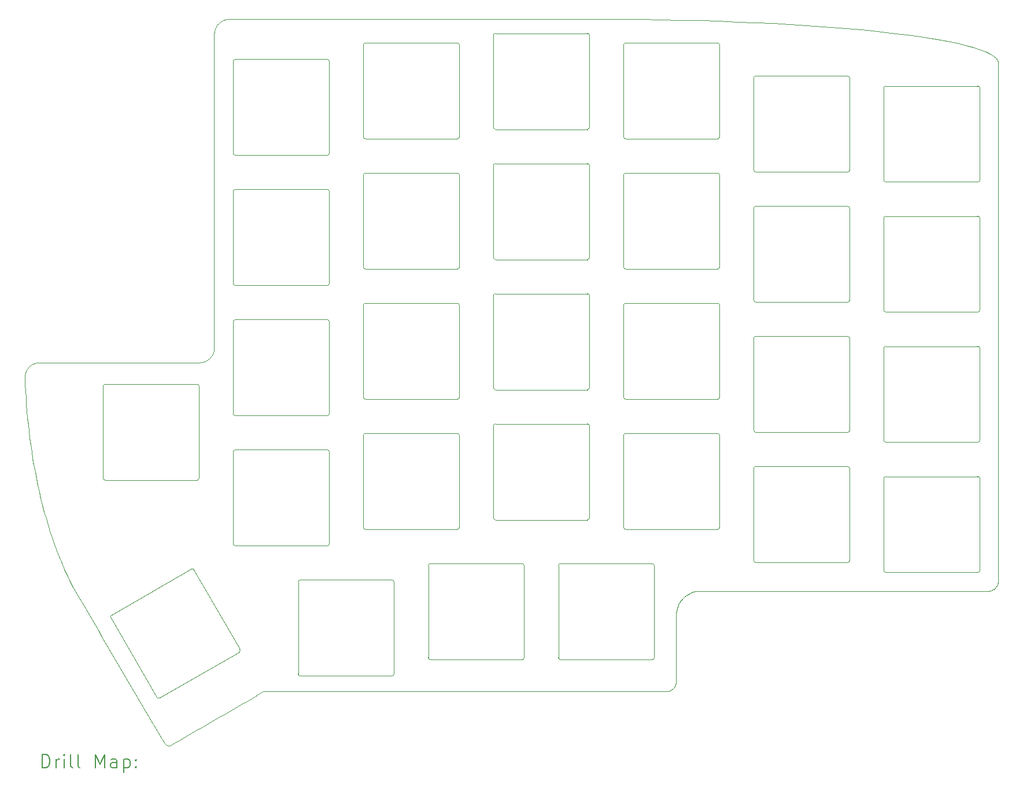
<source format=gbr>
%TF.GenerationSoftware,KiCad,Pcbnew,8.0.6*%
%TF.CreationDate,2025-01-10T15:37:57+13:00*%
%TF.ProjectId,Plate,506c6174-652e-46b6-9963-61645f706362,1*%
%TF.SameCoordinates,Original*%
%TF.FileFunction,Drillmap*%
%TF.FilePolarity,Positive*%
%FSLAX45Y45*%
G04 Gerber Fmt 4.5, Leading zero omitted, Abs format (unit mm)*
G04 Created by KiCad (PCBNEW 8.0.6) date 2025-01-10 15:37:57*
%MOMM*%
%LPD*%
G01*
G04 APERTURE LIST*
%ADD10C,0.100000*%
%ADD11C,0.050000*%
%ADD12C,0.200000*%
G04 APERTURE END LIST*
D10*
X8759743Y-12958827D02*
X8801225Y-13029412D01*
X8842815Y-13100182D01*
X8884507Y-13171124D01*
X8926293Y-13242226D01*
X8968165Y-13313476D01*
X9010117Y-13384860D01*
X9052141Y-13456368D01*
X9094230Y-13527986D01*
X9136376Y-13599703D01*
X9178574Y-13671506D01*
X9220815Y-13743382D01*
X9263092Y-13815320D01*
X9305397Y-13887307D01*
X9347725Y-13959331D01*
X9390067Y-14031380D01*
X9432416Y-14103441D01*
X9474765Y-14175502D01*
X9517107Y-14247550D01*
X9559434Y-14319574D01*
X9601740Y-14391561D01*
X9644016Y-14463499D01*
X9686257Y-14535375D01*
X9728454Y-14607177D01*
X9770601Y-14678893D01*
X9812689Y-14750511D01*
X9854713Y-14822019D01*
X9896664Y-14893403D01*
X9938536Y-14964652D01*
X9980322Y-15035753D01*
X10022013Y-15106694D01*
X10063603Y-15177463D01*
X10105084Y-15248048D01*
X17942391Y-13014574D02*
X22156456Y-13014574D01*
X8274234Y-9670055D02*
X10608743Y-9670075D01*
X8054293Y-9890289D02*
X8058504Y-9987095D01*
X8063627Y-10084350D01*
X8069685Y-10182001D01*
X8076704Y-10279999D01*
X8084706Y-10378293D01*
X8093716Y-10476832D01*
X8103757Y-10575565D01*
X8114853Y-10674442D01*
X8127028Y-10773412D01*
X8140306Y-10872424D01*
X8154711Y-10971428D01*
X8170267Y-11070373D01*
X8186997Y-11169208D01*
X8204926Y-11267882D01*
X8224077Y-11366346D01*
X8244474Y-11464548D01*
X8266141Y-11562438D01*
X8289103Y-11659964D01*
X8313382Y-11757077D01*
X8339002Y-11853725D01*
X8365988Y-11949858D01*
X8394364Y-12045425D01*
X8424153Y-12140376D01*
X8455379Y-12234659D01*
X8488066Y-12328225D01*
X8522238Y-12421022D01*
X8557919Y-12513000D01*
X8595132Y-12604108D01*
X8633902Y-12694295D01*
X8674252Y-12783511D01*
X8716207Y-12871705D01*
X8759789Y-12958827D01*
X10828707Y-9450065D02*
X10828707Y-4864277D01*
X17592391Y-14336766D02*
X17591617Y-14352114D01*
X17589346Y-14367016D01*
X17585653Y-14381397D01*
X17580613Y-14395182D01*
X17574300Y-14408295D01*
X17566791Y-14420662D01*
X17558160Y-14432208D01*
X17548482Y-14442858D01*
X17537833Y-14452535D01*
X17526287Y-14461166D01*
X17513920Y-14468676D01*
X17500806Y-14474988D01*
X17487021Y-14480028D01*
X17472640Y-14483722D01*
X17457739Y-14485993D01*
X17442391Y-14486766D01*
X8274209Y-9670075D02*
X8262750Y-9670357D01*
X8251458Y-9671194D01*
X8240345Y-9672573D01*
X8229425Y-9674482D01*
X8218710Y-9676907D01*
X8208214Y-9679836D01*
X8197948Y-9683255D01*
X8187927Y-9687152D01*
X8178163Y-9691513D01*
X8168669Y-9696326D01*
X8159458Y-9701578D01*
X8150543Y-9707255D01*
X8141936Y-9713345D01*
X8133652Y-9719836D01*
X8125702Y-9726713D01*
X8118100Y-9733964D01*
X8110858Y-9741576D01*
X8103990Y-9749537D01*
X8097508Y-9757832D01*
X8091426Y-9766450D01*
X8085756Y-9775377D01*
X8080511Y-9784601D01*
X8075704Y-9794108D01*
X8071348Y-9803885D01*
X8067457Y-9813920D01*
X8064042Y-9824200D01*
X8061117Y-9834711D01*
X8058695Y-9845441D01*
X8056788Y-9856377D01*
X8055411Y-9867505D01*
X8054575Y-9878813D01*
X8054293Y-9890289D01*
X22306456Y-5279276D02*
X22298889Y-5246574D01*
X22276432Y-5214304D01*
X22239449Y-5182506D01*
X22188303Y-5151220D01*
X22123360Y-5120485D01*
X22044984Y-5090341D01*
X21953538Y-5060828D01*
X21849388Y-5031985D01*
X21732897Y-5003853D01*
X21604431Y-4976471D01*
X21464352Y-4949879D01*
X21313026Y-4924116D01*
X21150816Y-4899223D01*
X20978088Y-4875239D01*
X20795205Y-4852204D01*
X20602532Y-4830157D01*
X20400433Y-4809138D01*
X20189272Y-4789188D01*
X19969413Y-4770345D01*
X19741221Y-4752649D01*
X19505061Y-4736141D01*
X19261296Y-4720860D01*
X19010291Y-4706846D01*
X18752410Y-4694138D01*
X18488017Y-4682776D01*
X18217477Y-4672801D01*
X17941154Y-4664251D01*
X17659412Y-4657166D01*
X17372616Y-4651587D01*
X17081130Y-4647552D01*
X16785318Y-4645102D01*
X16485544Y-4644277D01*
X10105084Y-15248048D02*
X10111990Y-15256619D01*
X10120020Y-15263726D01*
X10128970Y-15269361D01*
X10138635Y-15273516D01*
X10148807Y-15276183D01*
X10159283Y-15277353D01*
X10169856Y-15277018D01*
X10180320Y-15275169D01*
X10190470Y-15271798D01*
X10200101Y-15266897D01*
X10206132Y-15262776D01*
X11048667Y-4644277D02*
X11037339Y-4644563D01*
X11026161Y-4645412D01*
X11015147Y-4646809D01*
X11004309Y-4648742D01*
X10993663Y-4651197D01*
X10983221Y-4654159D01*
X10972998Y-4657615D01*
X10963007Y-4661552D01*
X10953262Y-4665954D01*
X10943777Y-4670810D01*
X10934566Y-4676104D01*
X10925642Y-4681823D01*
X10917019Y-4687954D01*
X10908711Y-4694482D01*
X10900731Y-4701394D01*
X10893094Y-4708676D01*
X10885814Y-4716314D01*
X10878903Y-4724295D01*
X10872376Y-4732605D01*
X10866246Y-4741229D01*
X10860528Y-4750155D01*
X10855235Y-4759368D01*
X10850380Y-4768855D01*
X10845978Y-4778601D01*
X10842043Y-4788594D01*
X10838587Y-4798819D01*
X10835625Y-4809262D01*
X10833171Y-4819911D01*
X10831239Y-4830750D01*
X10829841Y-4841767D01*
X10828992Y-4852947D01*
X10828707Y-4864277D01*
X22306456Y-5279276D02*
X22306456Y-12864574D01*
X17592391Y-13364574D02*
X17592846Y-13346549D01*
X17594196Y-13328763D01*
X17596420Y-13311236D01*
X17599495Y-13293992D01*
X17603400Y-13277051D01*
X17608113Y-13260436D01*
X17613611Y-13244169D01*
X17619873Y-13228272D01*
X17626878Y-13212766D01*
X17634602Y-13197673D01*
X17643025Y-13183016D01*
X17652124Y-13168816D01*
X17661877Y-13155096D01*
X17672263Y-13141876D01*
X17683259Y-13129179D01*
X17694844Y-13117028D01*
X17706996Y-13105443D01*
X17719693Y-13094446D01*
X17732913Y-13084060D01*
X17746633Y-13074307D01*
X17760833Y-13065208D01*
X17775490Y-13056785D01*
X17790583Y-13049061D01*
X17806089Y-13042057D01*
X17821986Y-13035794D01*
X17838253Y-13030296D01*
X17854868Y-13025583D01*
X17871808Y-13021678D01*
X17889053Y-13018603D01*
X17906579Y-13016379D01*
X17924366Y-13015029D01*
X17942391Y-13014574D01*
X17592391Y-13364574D02*
X17592391Y-14336766D01*
X11546773Y-14486766D02*
X17442391Y-14486766D01*
X10608746Y-9670065D02*
X10620074Y-9669779D01*
X10631252Y-9668930D01*
X10642266Y-9667533D01*
X10653104Y-9665600D01*
X10663750Y-9663145D01*
X10674192Y-9660183D01*
X10684415Y-9656727D01*
X10694406Y-9652790D01*
X10704151Y-9648388D01*
X10713636Y-9643532D01*
X10722847Y-9638238D01*
X10731771Y-9632519D01*
X10740394Y-9626388D01*
X10748702Y-9619860D01*
X10756682Y-9612948D01*
X10764319Y-9605666D01*
X10771599Y-9598028D01*
X10778510Y-9590047D01*
X10785037Y-9581737D01*
X10791167Y-9573113D01*
X10796885Y-9564187D01*
X10802178Y-9554974D01*
X10807033Y-9545487D01*
X10811435Y-9535741D01*
X10815370Y-9525748D01*
X10818826Y-9515523D01*
X10821788Y-9505080D01*
X10824242Y-9494431D01*
X10826174Y-9483592D01*
X10827572Y-9472575D01*
X10828421Y-9461395D01*
X10828707Y-9450065D01*
X10206132Y-15262776D02*
X10247466Y-15238846D01*
X10288908Y-15214853D01*
X10330452Y-15190802D01*
X10372088Y-15166696D01*
X10413812Y-15142540D01*
X10455614Y-15118339D01*
X10497489Y-15094096D01*
X10539428Y-15069815D01*
X10581425Y-15045501D01*
X10623472Y-15021158D01*
X10665563Y-14996790D01*
X10707689Y-14972401D01*
X10749845Y-14947995D01*
X10792022Y-14923577D01*
X10834213Y-14899150D01*
X10876412Y-14874719D01*
X10918610Y-14850289D01*
X10960801Y-14825862D01*
X11002978Y-14801444D01*
X11045134Y-14777038D01*
X11087260Y-14752649D01*
X11129350Y-14728281D01*
X11171398Y-14703938D01*
X11213394Y-14679624D01*
X11255333Y-14655344D01*
X11297207Y-14631101D01*
X11339010Y-14606899D01*
X11380733Y-14582744D01*
X11422369Y-14558639D01*
X11463912Y-14534588D01*
X11505354Y-14510595D01*
X11546687Y-14486665D01*
X16485544Y-4644277D02*
X11048667Y-4644277D01*
X22306456Y-12864574D02*
X22305682Y-12879922D01*
X22303411Y-12894824D01*
X22299718Y-12909204D01*
X22294678Y-12922989D01*
X22288365Y-12936103D01*
X22280856Y-12948470D01*
X22272225Y-12960016D01*
X22262547Y-12970665D01*
X22251898Y-12980343D01*
X22240352Y-12988974D01*
X22227985Y-12996483D01*
X22214871Y-13002796D01*
X22201086Y-13007836D01*
X22186706Y-13011529D01*
X22171804Y-13013800D01*
X22156456Y-13014574D01*
D11*
X11107500Y-12322500D02*
X11107500Y-10977500D01*
X11137500Y-10947500D02*
X12482500Y-10947500D01*
X12482500Y-12352500D02*
X11137500Y-12352500D01*
X12512500Y-10977500D02*
X12512500Y-12322500D01*
X11107500Y-10977500D02*
G75*
G02*
X11137500Y-10947500I30000J0D01*
G01*
X11137500Y-12352500D02*
G75*
G02*
X11107500Y-12322500I0J30000D01*
G01*
X12482500Y-10947500D02*
G75*
G02*
X12512500Y-10977500I0J-30000D01*
G01*
X12512500Y-12322500D02*
G75*
G02*
X12482500Y-12352500I-30000J0D01*
G01*
X16822500Y-12082500D02*
X16822500Y-10737500D01*
X16852500Y-10707500D02*
X18197500Y-10707500D01*
X18197500Y-12112500D02*
X16852500Y-12112500D01*
X18227500Y-10737500D02*
X18227500Y-12082500D01*
X16822500Y-10737500D02*
G75*
G02*
X16852500Y-10707500I30000J0D01*
G01*
X16852500Y-12112500D02*
G75*
G02*
X16822500Y-12082500I0J30000D01*
G01*
X18197500Y-10707500D02*
G75*
G02*
X18227500Y-10737500I0J-30000D01*
G01*
X18227500Y-12082500D02*
G75*
G02*
X18197500Y-12112500I-30000J0D01*
G01*
X14917500Y-6227500D02*
X14917500Y-4882500D01*
X14947500Y-4852500D02*
X16292500Y-4852500D01*
X16292500Y-6257500D02*
X14947500Y-6257500D01*
X16322500Y-4882500D02*
X16322500Y-6227500D01*
X14917500Y-4882500D02*
G75*
G02*
X14947500Y-4852500I30000J0D01*
G01*
X14947500Y-6257500D02*
G75*
G02*
X14917500Y-6227500I0J30000D01*
G01*
X16292500Y-4852500D02*
G75*
G02*
X16322500Y-4882500I0J-30000D01*
G01*
X16322500Y-6227500D02*
G75*
G02*
X16292500Y-6257500I-30000J0D01*
G01*
X14917500Y-10037500D02*
X14917500Y-8692500D01*
X14947500Y-8662500D02*
X16292500Y-8662500D01*
X16292500Y-10067500D02*
X14947500Y-10067500D01*
X16322500Y-8692500D02*
X16322500Y-10037500D01*
X14917500Y-8692500D02*
G75*
G02*
X14947500Y-8662500I30000J0D01*
G01*
X14947500Y-10067500D02*
G75*
G02*
X14917500Y-10037500I0J30000D01*
G01*
X16292500Y-8662500D02*
G75*
G02*
X16322500Y-8692500I0J-30000D01*
G01*
X16322500Y-10037500D02*
G75*
G02*
X16292500Y-10067500I-30000J0D01*
G01*
X16822500Y-8272500D02*
X16822500Y-6927500D01*
X16852500Y-6897500D02*
X18197500Y-6897500D01*
X18197500Y-8302500D02*
X16852500Y-8302500D01*
X18227500Y-6927500D02*
X18227500Y-8272500D01*
X16822500Y-6927500D02*
G75*
G02*
X16852500Y-6897500I30000J0D01*
G01*
X16852500Y-8302500D02*
G75*
G02*
X16822500Y-8272500I0J30000D01*
G01*
X18197500Y-6897500D02*
G75*
G02*
X18227500Y-6927500I0J-30000D01*
G01*
X18227500Y-8272500D02*
G75*
G02*
X18197500Y-8302500I-30000J0D01*
G01*
X20632500Y-8902500D02*
X20632500Y-7557500D01*
X20662500Y-7527500D02*
X22007500Y-7527500D01*
X22007500Y-8932500D02*
X20662500Y-8932500D01*
X22037500Y-7557500D02*
X22037500Y-8902500D01*
X20632500Y-7557500D02*
G75*
G02*
X20662500Y-7527500I30000J0D01*
G01*
X20662500Y-8932500D02*
G75*
G02*
X20632500Y-8902500I0J30000D01*
G01*
X22007500Y-7527500D02*
G75*
G02*
X22037500Y-7557500I0J-30000D01*
G01*
X22037500Y-8902500D02*
G75*
G02*
X22007500Y-8932500I-30000J0D01*
G01*
X11107500Y-8512500D02*
X11107500Y-7167500D01*
X11137500Y-7137500D02*
X12482500Y-7137500D01*
X12482500Y-8542500D02*
X11137500Y-8542500D01*
X12512500Y-7167500D02*
X12512500Y-8512500D01*
X11107500Y-7167500D02*
G75*
G02*
X11137500Y-7137500I30000J0D01*
G01*
X11137500Y-8542500D02*
G75*
G02*
X11107500Y-8512500I0J30000D01*
G01*
X12482500Y-7137500D02*
G75*
G02*
X12512500Y-7167500I0J-30000D01*
G01*
X12512500Y-8512500D02*
G75*
G02*
X12482500Y-8542500I-30000J0D01*
G01*
X20632500Y-10807500D02*
X20632500Y-9462500D01*
X20662500Y-9432500D02*
X22007500Y-9432500D01*
X22007500Y-10837500D02*
X20662500Y-10837500D01*
X22037500Y-9462500D02*
X22037500Y-10807500D01*
X20632500Y-9462500D02*
G75*
G02*
X20662500Y-9432500I30000J0D01*
G01*
X20662500Y-10837500D02*
G75*
G02*
X20632500Y-10807500I0J30000D01*
G01*
X22007500Y-9432500D02*
G75*
G02*
X22037500Y-9462500I0J-30000D01*
G01*
X22037500Y-10807500D02*
G75*
G02*
X22007500Y-10837500I-30000J0D01*
G01*
X14917500Y-8132500D02*
X14917500Y-6787500D01*
X14947500Y-6757500D02*
X16292500Y-6757500D01*
X16292500Y-8162500D02*
X14947500Y-8162500D01*
X16322500Y-6787500D02*
X16322500Y-8132500D01*
X14917500Y-6787500D02*
G75*
G02*
X14947500Y-6757500I30000J0D01*
G01*
X14947500Y-8162500D02*
G75*
G02*
X14917500Y-8132500I0J30000D01*
G01*
X16292500Y-6757500D02*
G75*
G02*
X16322500Y-6787500I0J-30000D01*
G01*
X16322500Y-8132500D02*
G75*
G02*
X16292500Y-8162500I-30000J0D01*
G01*
X13012500Y-10177500D02*
X13012500Y-8832500D01*
X13042500Y-8802500D02*
X14387500Y-8802500D01*
X14387500Y-10207500D02*
X13042500Y-10207500D01*
X14417500Y-8832500D02*
X14417500Y-10177500D01*
X13012500Y-8832500D02*
G75*
G02*
X13042500Y-8802500I30000J0D01*
G01*
X13042500Y-10207500D02*
G75*
G02*
X13012500Y-10177500I0J30000D01*
G01*
X14387500Y-8802500D02*
G75*
G02*
X14417500Y-8832500I0J-30000D01*
G01*
X14417500Y-10177500D02*
G75*
G02*
X14387500Y-10207500I-30000J0D01*
G01*
X18727500Y-10662500D02*
X18727500Y-9317500D01*
X18757500Y-9287500D02*
X20102500Y-9287500D01*
X20102500Y-10692500D02*
X18757500Y-10692500D01*
X20132500Y-9317500D02*
X20132500Y-10662500D01*
X18727500Y-9317500D02*
G75*
G02*
X18757500Y-9287500I30000J0D01*
G01*
X18757500Y-10692500D02*
G75*
G02*
X18727500Y-10662500I0J30000D01*
G01*
X20102500Y-9287500D02*
G75*
G02*
X20132500Y-9317500I0J-30000D01*
G01*
X20132500Y-10662500D02*
G75*
G02*
X20102500Y-10692500I-30000J0D01*
G01*
X20632500Y-6997500D02*
X20632500Y-5652500D01*
X20662500Y-5622500D02*
X22007500Y-5622500D01*
X22007500Y-7027500D02*
X20662500Y-7027500D01*
X22037500Y-5652500D02*
X22037500Y-6997500D01*
X20632500Y-5652500D02*
G75*
G02*
X20662500Y-5622500I30000J0D01*
G01*
X20662500Y-7027500D02*
G75*
G02*
X20632500Y-6997500I0J30000D01*
G01*
X22007500Y-5622500D02*
G75*
G02*
X22037500Y-5652500I0J-30000D01*
G01*
X22037500Y-6997500D02*
G75*
G02*
X22007500Y-7027500I-30000J0D01*
G01*
X15867500Y-13987500D02*
X15867500Y-12642500D01*
X15897500Y-12612500D02*
X17242500Y-12612500D01*
X17242500Y-14017500D02*
X15897500Y-14017500D01*
X17272500Y-12642500D02*
X17272500Y-13987500D01*
X15867500Y-12642500D02*
G75*
G02*
X15897500Y-12612500I30000J0D01*
G01*
X15897500Y-14017500D02*
G75*
G02*
X15867500Y-13987500I0J30000D01*
G01*
X17242500Y-12612500D02*
G75*
G02*
X17272500Y-12642500I0J-30000D01*
G01*
X17272500Y-13987500D02*
G75*
G02*
X17242500Y-14017500I-30000J0D01*
G01*
X18727500Y-12567500D02*
X18727500Y-11222500D01*
X18757500Y-11192500D02*
X20102500Y-11192500D01*
X20102500Y-12597500D02*
X18757500Y-12597500D01*
X20132500Y-11222500D02*
X20132500Y-12567500D01*
X18727500Y-11222500D02*
G75*
G02*
X18757500Y-11192500I30000J0D01*
G01*
X18757500Y-12597500D02*
G75*
G02*
X18727500Y-12567500I0J30000D01*
G01*
X20102500Y-11192500D02*
G75*
G02*
X20132500Y-11222500I0J-30000D01*
G01*
X20132500Y-12567500D02*
G75*
G02*
X20102500Y-12597500I-30000J0D01*
G01*
X20632500Y-12712500D02*
X20632500Y-11367500D01*
X20662500Y-11337500D02*
X22007500Y-11337500D01*
X22007500Y-12742500D02*
X20662500Y-12742500D01*
X22037500Y-11367500D02*
X22037500Y-12712500D01*
X20632500Y-11367500D02*
G75*
G02*
X20662500Y-11337500I30000J0D01*
G01*
X20662500Y-12742500D02*
G75*
G02*
X20632500Y-12712500I0J30000D01*
G01*
X22007500Y-11337500D02*
G75*
G02*
X22037500Y-11367500I0J-30000D01*
G01*
X22037500Y-12712500D02*
G75*
G02*
X22007500Y-12742500I-30000J0D01*
G01*
X11107500Y-10417500D02*
X11107500Y-9072500D01*
X11137500Y-9042500D02*
X12482500Y-9042500D01*
X12482500Y-10447500D02*
X11137500Y-10447500D01*
X12512500Y-9072500D02*
X12512500Y-10417500D01*
X11107500Y-9072500D02*
G75*
G02*
X11137500Y-9042500I30000J0D01*
G01*
X11137500Y-10447500D02*
G75*
G02*
X11107500Y-10417500I0J30000D01*
G01*
X12482500Y-9042500D02*
G75*
G02*
X12512500Y-9072500I0J-30000D01*
G01*
X12512500Y-10417500D02*
G75*
G02*
X12482500Y-10447500I-30000J0D01*
G01*
X9202500Y-11362500D02*
X9202500Y-10017500D01*
X9232500Y-9987500D02*
X10577500Y-9987500D01*
X10577500Y-11392500D02*
X9232500Y-11392500D01*
X10607500Y-10017500D02*
X10607500Y-11362500D01*
X9202500Y-10017500D02*
G75*
G02*
X9232500Y-9987500I30000J0D01*
G01*
X9232500Y-11392500D02*
G75*
G02*
X9202500Y-11362500I0J30000D01*
G01*
X10577500Y-9987500D02*
G75*
G02*
X10607500Y-10017500I0J-30000D01*
G01*
X10607500Y-11362500D02*
G75*
G02*
X10577500Y-11392500I-30000J0D01*
G01*
X16822500Y-6367500D02*
X16822500Y-5022500D01*
X16852500Y-4992500D02*
X18197500Y-4992500D01*
X18197500Y-6397500D02*
X16852500Y-6397500D01*
X18227500Y-5022500D02*
X18227500Y-6367500D01*
X16822500Y-5022500D02*
G75*
G02*
X16852500Y-4992500I30000J0D01*
G01*
X16852500Y-6397500D02*
G75*
G02*
X16822500Y-6367500I0J30000D01*
G01*
X18197500Y-4992500D02*
G75*
G02*
X18227500Y-5022500I0J-30000D01*
G01*
X18227500Y-6367500D02*
G75*
G02*
X18197500Y-6397500I-30000J0D01*
G01*
X13012500Y-12082500D02*
X13012500Y-10737500D01*
X13042500Y-10707500D02*
X14387500Y-10707500D01*
X14387500Y-12112500D02*
X13042500Y-12112500D01*
X14417500Y-10737500D02*
X14417500Y-12082500D01*
X13012500Y-10737500D02*
G75*
G02*
X13042500Y-10707500I30000J0D01*
G01*
X13042500Y-12112500D02*
G75*
G02*
X13012500Y-12082500I0J30000D01*
G01*
X14387500Y-10707500D02*
G75*
G02*
X14417500Y-10737500I0J-30000D01*
G01*
X14417500Y-12082500D02*
G75*
G02*
X14387500Y-12112500I-30000J0D01*
G01*
X18727500Y-8757500D02*
X18727500Y-7412500D01*
X18757500Y-7382500D02*
X20102500Y-7382500D01*
X20102500Y-8787500D02*
X18757500Y-8787500D01*
X20132500Y-7412500D02*
X20132500Y-8757500D01*
X18727500Y-7412500D02*
G75*
G02*
X18757500Y-7382500I30000J0D01*
G01*
X18757500Y-8787500D02*
G75*
G02*
X18727500Y-8757500I0J30000D01*
G01*
X20102500Y-7382500D02*
G75*
G02*
X20132500Y-7412500I0J-30000D01*
G01*
X20132500Y-8757500D02*
G75*
G02*
X20102500Y-8787500I-30000J0D01*
G01*
X13012500Y-8272500D02*
X13012500Y-6927500D01*
X13042500Y-6897500D02*
X14387500Y-6897500D01*
X14387500Y-8302500D02*
X13042500Y-8302500D01*
X14417500Y-6927500D02*
X14417500Y-8272500D01*
X13012500Y-6927500D02*
G75*
G02*
X13042500Y-6897500I30000J0D01*
G01*
X13042500Y-8302500D02*
G75*
G02*
X13012500Y-8272500I0J30000D01*
G01*
X14387500Y-6897500D02*
G75*
G02*
X14417500Y-6927500I0J-30000D01*
G01*
X14417500Y-8272500D02*
G75*
G02*
X14387500Y-8302500I-30000J0D01*
G01*
X9326348Y-13362867D02*
X10491152Y-12690367D01*
X9987867Y-14568652D02*
X9315367Y-13403848D01*
X10532133Y-12701348D02*
X11204633Y-13866152D01*
X11193652Y-13907133D02*
X10028848Y-14579633D01*
X9315367Y-13403848D02*
G75*
G02*
X9326348Y-13362867I25982J15000D01*
G01*
X10028848Y-14579633D02*
G75*
G02*
X9987867Y-14568652I-15000J25982D01*
G01*
X10491152Y-12690367D02*
G75*
G02*
X10532133Y-12701348I15000J-25981D01*
G01*
X11204633Y-13866152D02*
G75*
G02*
X11193652Y-13907133I-25981J-15000D01*
G01*
X14917500Y-11942500D02*
X14917500Y-10597500D01*
X14947500Y-10567500D02*
X16292500Y-10567500D01*
X16292500Y-11972500D02*
X14947500Y-11972500D01*
X16322500Y-10597500D02*
X16322500Y-11942500D01*
X14917500Y-10597500D02*
G75*
G02*
X14947500Y-10567500I30000J0D01*
G01*
X14947500Y-11972500D02*
G75*
G02*
X14917500Y-11942500I0J30000D01*
G01*
X16292500Y-10567500D02*
G75*
G02*
X16322500Y-10597500I0J-30000D01*
G01*
X16322500Y-11942500D02*
G75*
G02*
X16292500Y-11972500I-30000J0D01*
G01*
X18727500Y-6852500D02*
X18727500Y-5507500D01*
X18757500Y-5477500D02*
X20102500Y-5477500D01*
X20102500Y-6882500D02*
X18757500Y-6882500D01*
X20132500Y-5507500D02*
X20132500Y-6852500D01*
X18727500Y-5507500D02*
G75*
G02*
X18757500Y-5477500I30000J0D01*
G01*
X18757500Y-6882500D02*
G75*
G02*
X18727500Y-6852500I0J30000D01*
G01*
X20102500Y-5477500D02*
G75*
G02*
X20132500Y-5507500I0J-30000D01*
G01*
X20132500Y-6852500D02*
G75*
G02*
X20102500Y-6882500I-30000J0D01*
G01*
X13962500Y-13987500D02*
X13962500Y-12642500D01*
X13992500Y-12612500D02*
X15337500Y-12612500D01*
X15337500Y-14017500D02*
X13992500Y-14017500D01*
X15367500Y-12642500D02*
X15367500Y-13987500D01*
X13962500Y-12642500D02*
G75*
G02*
X13992500Y-12612500I30000J0D01*
G01*
X13992500Y-14017500D02*
G75*
G02*
X13962500Y-13987500I0J30000D01*
G01*
X15337500Y-12612500D02*
G75*
G02*
X15367500Y-12642500I0J-30000D01*
G01*
X15367500Y-13987500D02*
G75*
G02*
X15337500Y-14017500I-30000J0D01*
G01*
X16822500Y-10177500D02*
X16822500Y-8832500D01*
X16852500Y-8802500D02*
X18197500Y-8802500D01*
X18197500Y-10207500D02*
X16852500Y-10207500D01*
X18227500Y-8832500D02*
X18227500Y-10177500D01*
X16822500Y-8832500D02*
G75*
G02*
X16852500Y-8802500I30000J0D01*
G01*
X16852500Y-10207500D02*
G75*
G02*
X16822500Y-10177500I0J30000D01*
G01*
X18197500Y-8802500D02*
G75*
G02*
X18227500Y-8832500I0J-30000D01*
G01*
X18227500Y-10177500D02*
G75*
G02*
X18197500Y-10207500I-30000J0D01*
G01*
X13012500Y-6367500D02*
X13012500Y-5022500D01*
X13042500Y-4992500D02*
X14387500Y-4992500D01*
X14387500Y-6397500D02*
X13042500Y-6397500D01*
X14417500Y-5022500D02*
X14417500Y-6367500D01*
X13012500Y-5022500D02*
G75*
G02*
X13042500Y-4992500I30000J0D01*
G01*
X13042500Y-6397500D02*
G75*
G02*
X13012500Y-6367500I0J30000D01*
G01*
X14387500Y-4992500D02*
G75*
G02*
X14417500Y-5022500I0J-30000D01*
G01*
X14417500Y-6367500D02*
G75*
G02*
X14387500Y-6397500I-30000J0D01*
G01*
X12057500Y-14227500D02*
X12057500Y-12882500D01*
X12087500Y-12852500D02*
X13432500Y-12852500D01*
X13432500Y-14257500D02*
X12087500Y-14257500D01*
X13462500Y-12882500D02*
X13462500Y-14227500D01*
X12057500Y-12882500D02*
G75*
G02*
X12087500Y-12852500I30000J0D01*
G01*
X12087500Y-14257500D02*
G75*
G02*
X12057500Y-14227500I0J30000D01*
G01*
X13432500Y-12852500D02*
G75*
G02*
X13462500Y-12882500I0J-30000D01*
G01*
X13462500Y-14227500D02*
G75*
G02*
X13432500Y-14257500I-30000J0D01*
G01*
X11107500Y-6607500D02*
X11107500Y-5262500D01*
X11137500Y-5232500D02*
X12482500Y-5232500D01*
X12482500Y-6637500D02*
X11137500Y-6637500D01*
X12512500Y-5262500D02*
X12512500Y-6607500D01*
X11107500Y-5262500D02*
G75*
G02*
X11137500Y-5232500I30000J0D01*
G01*
X11137500Y-6637500D02*
G75*
G02*
X11107500Y-6607500I0J30000D01*
G01*
X12482500Y-5232500D02*
G75*
G02*
X12512500Y-5262500I0J-30000D01*
G01*
X12512500Y-6607500D02*
G75*
G02*
X12482500Y-6637500I-30000J0D01*
G01*
D12*
X8310069Y-15603068D02*
X8310069Y-15403068D01*
X8310069Y-15403068D02*
X8357688Y-15403068D01*
X8357688Y-15403068D02*
X8386260Y-15412592D01*
X8386260Y-15412592D02*
X8405308Y-15431640D01*
X8405308Y-15431640D02*
X8414831Y-15450687D01*
X8414831Y-15450687D02*
X8424355Y-15488783D01*
X8424355Y-15488783D02*
X8424355Y-15517354D01*
X8424355Y-15517354D02*
X8414831Y-15555449D01*
X8414831Y-15555449D02*
X8405308Y-15574497D01*
X8405308Y-15574497D02*
X8386260Y-15593545D01*
X8386260Y-15593545D02*
X8357688Y-15603068D01*
X8357688Y-15603068D02*
X8310069Y-15603068D01*
X8510070Y-15603068D02*
X8510070Y-15469735D01*
X8510070Y-15507830D02*
X8519593Y-15488783D01*
X8519593Y-15488783D02*
X8529117Y-15479259D01*
X8529117Y-15479259D02*
X8548165Y-15469735D01*
X8548165Y-15469735D02*
X8567212Y-15469735D01*
X8633879Y-15603068D02*
X8633879Y-15469735D01*
X8633879Y-15403068D02*
X8624355Y-15412592D01*
X8624355Y-15412592D02*
X8633879Y-15422116D01*
X8633879Y-15422116D02*
X8643403Y-15412592D01*
X8643403Y-15412592D02*
X8633879Y-15403068D01*
X8633879Y-15403068D02*
X8633879Y-15422116D01*
X8757689Y-15603068D02*
X8738641Y-15593545D01*
X8738641Y-15593545D02*
X8729117Y-15574497D01*
X8729117Y-15574497D02*
X8729117Y-15403068D01*
X8862450Y-15603068D02*
X8843403Y-15593545D01*
X8843403Y-15593545D02*
X8833879Y-15574497D01*
X8833879Y-15574497D02*
X8833879Y-15403068D01*
X9091022Y-15603068D02*
X9091022Y-15403068D01*
X9091022Y-15403068D02*
X9157689Y-15545926D01*
X9157689Y-15545926D02*
X9224355Y-15403068D01*
X9224355Y-15403068D02*
X9224355Y-15603068D01*
X9405308Y-15603068D02*
X9405308Y-15498307D01*
X9405308Y-15498307D02*
X9395784Y-15479259D01*
X9395784Y-15479259D02*
X9376736Y-15469735D01*
X9376736Y-15469735D02*
X9338641Y-15469735D01*
X9338641Y-15469735D02*
X9319593Y-15479259D01*
X9405308Y-15593545D02*
X9386260Y-15603068D01*
X9386260Y-15603068D02*
X9338641Y-15603068D01*
X9338641Y-15603068D02*
X9319593Y-15593545D01*
X9319593Y-15593545D02*
X9310070Y-15574497D01*
X9310070Y-15574497D02*
X9310070Y-15555449D01*
X9310070Y-15555449D02*
X9319593Y-15536402D01*
X9319593Y-15536402D02*
X9338641Y-15526878D01*
X9338641Y-15526878D02*
X9386260Y-15526878D01*
X9386260Y-15526878D02*
X9405308Y-15517354D01*
X9500546Y-15469735D02*
X9500546Y-15669735D01*
X9500546Y-15479259D02*
X9519593Y-15469735D01*
X9519593Y-15469735D02*
X9557689Y-15469735D01*
X9557689Y-15469735D02*
X9576736Y-15479259D01*
X9576736Y-15479259D02*
X9586260Y-15488783D01*
X9586260Y-15488783D02*
X9595784Y-15507830D01*
X9595784Y-15507830D02*
X9595784Y-15564973D01*
X9595784Y-15564973D02*
X9586260Y-15584021D01*
X9586260Y-15584021D02*
X9576736Y-15593545D01*
X9576736Y-15593545D02*
X9557689Y-15603068D01*
X9557689Y-15603068D02*
X9519593Y-15603068D01*
X9519593Y-15603068D02*
X9500546Y-15593545D01*
X9681498Y-15584021D02*
X9691022Y-15593545D01*
X9691022Y-15593545D02*
X9681498Y-15603068D01*
X9681498Y-15603068D02*
X9671974Y-15593545D01*
X9671974Y-15593545D02*
X9681498Y-15584021D01*
X9681498Y-15584021D02*
X9681498Y-15603068D01*
X9681498Y-15479259D02*
X9691022Y-15488783D01*
X9691022Y-15488783D02*
X9681498Y-15498307D01*
X9681498Y-15498307D02*
X9671974Y-15488783D01*
X9671974Y-15488783D02*
X9681498Y-15479259D01*
X9681498Y-15479259D02*
X9681498Y-15498307D01*
M02*

</source>
